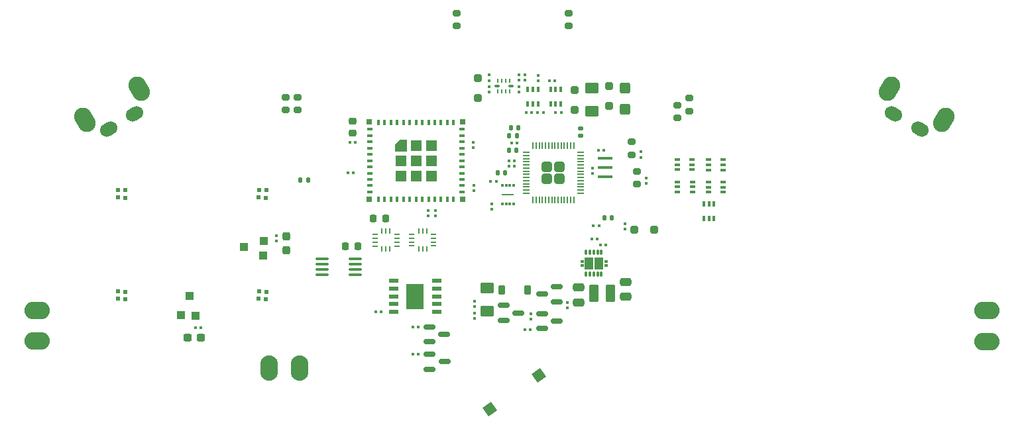
<source format=gbr>
%TF.GenerationSoftware,KiCad,Pcbnew,7.0.6*%
%TF.CreationDate,2024-02-06T15:40:46-08:00*%
%TF.ProjectId,UGC_Main,5547435f-4d61-4696-9e2e-6b696361645f,rev?*%
%TF.SameCoordinates,Original*%
%TF.FileFunction,Paste,Top*%
%TF.FilePolarity,Positive*%
%FSLAX46Y46*%
G04 Gerber Fmt 4.6, Leading zero omitted, Abs format (unit mm)*
G04 Created by KiCad (PCBNEW 7.0.6) date 2024-02-06 15:40:46*
%MOMM*%
%LPD*%
G01*
G04 APERTURE LIST*
G04 Aperture macros list*
%AMRoundRect*
0 Rectangle with rounded corners*
0 $1 Rounding radius*
0 $2 $3 $4 $5 $6 $7 $8 $9 X,Y pos of 4 corners*
0 Add a 4 corners polygon primitive as box body*
4,1,4,$2,$3,$4,$5,$6,$7,$8,$9,$2,$3,0*
0 Add four circle primitives for the rounded corners*
1,1,$1+$1,$2,$3*
1,1,$1+$1,$4,$5*
1,1,$1+$1,$6,$7*
1,1,$1+$1,$8,$9*
0 Add four rect primitives between the rounded corners*
20,1,$1+$1,$2,$3,$4,$5,0*
20,1,$1+$1,$4,$5,$6,$7,0*
20,1,$1+$1,$6,$7,$8,$9,0*
20,1,$1+$1,$8,$9,$2,$3,0*%
%AMHorizOval*
0 Thick line with rounded ends*
0 $1 width*
0 $2 $3 position (X,Y) of the first rounded end (center of the circle)*
0 $4 $5 position (X,Y) of the second rounded end (center of the circle)*
0 Add line between two ends*
20,1,$1,$2,$3,$4,$5,0*
0 Add two circle primitives to create the rounded ends*
1,1,$1,$2,$3*
1,1,$1,$4,$5*%
%AMRotRect*
0 Rectangle, with rotation*
0 The origin of the aperture is its center*
0 $1 length*
0 $2 width*
0 $3 Rotation angle, in degrees counterclockwise*
0 Add horizontal line*
21,1,$1,$2,0,0,$3*%
G04 Aperture macros list end*
%ADD10C,0.010000*%
%ADD11RoundRect,0.079500X0.100500X-0.079500X0.100500X0.079500X-0.100500X0.079500X-0.100500X-0.079500X0*%
%ADD12RoundRect,0.140000X-0.140000X-0.170000X0.140000X-0.170000X0.140000X0.170000X-0.140000X0.170000X0*%
%ADD13RoundRect,0.250000X0.475000X-0.250000X0.475000X0.250000X-0.475000X0.250000X-0.475000X-0.250000X0*%
%ADD14RoundRect,0.079500X-0.079500X-0.100500X0.079500X-0.100500X0.079500X0.100500X-0.079500X0.100500X0*%
%ADD15RoundRect,0.079500X0.079500X0.100500X-0.079500X0.100500X-0.079500X-0.100500X0.079500X-0.100500X0*%
%ADD16RoundRect,0.200000X-0.275000X0.200000X-0.275000X-0.200000X0.275000X-0.200000X0.275000X0.200000X0*%
%ADD17RoundRect,0.200000X0.275000X-0.200000X0.275000X0.200000X-0.275000X0.200000X-0.275000X-0.200000X0*%
%ADD18RoundRect,0.250000X0.375000X0.850000X-0.375000X0.850000X-0.375000X-0.850000X0.375000X-0.850000X0*%
%ADD19RotRect,1.000000X1.000000X357.000000*%
%ADD20RoundRect,0.079500X-0.100500X0.079500X-0.100500X-0.079500X0.100500X-0.079500X0.100500X0.079500X0*%
%ADD21R,0.745000X0.280000*%
%ADD22R,0.280000X0.745000*%
%ADD23RoundRect,0.225000X-0.225000X-0.250000X0.225000X-0.250000X0.225000X0.250000X-0.225000X0.250000X0*%
%ADD24RoundRect,0.050000X0.075000X-0.225000X0.075000X0.225000X-0.075000X0.225000X-0.075000X-0.225000X0*%
%ADD25RoundRect,0.050000X0.050000X-0.225000X0.050000X0.225000X-0.050000X0.225000X-0.050000X-0.225000X0*%
%ADD26RoundRect,0.050000X0.250000X-0.100000X0.250000X0.100000X-0.250000X0.100000X-0.250000X-0.100000X0*%
%ADD27RoundRect,0.150000X-0.587500X-0.150000X0.587500X-0.150000X0.587500X0.150000X-0.587500X0.150000X0*%
%ADD28RoundRect,0.250001X-0.624999X0.462499X-0.624999X-0.462499X0.624999X-0.462499X0.624999X0.462499X0*%
%ADD29RoundRect,0.250000X-0.425000X0.450000X-0.425000X-0.450000X0.425000X-0.450000X0.425000X0.450000X0*%
%ADD30RotRect,0.550000X0.550000X357.000000*%
%ADD31R,0.650000X0.400000*%
%ADD32R,1.300000X0.600000*%
%ADD33R,2.300000X3.200000*%
%ADD34RoundRect,0.140000X0.140000X0.170000X-0.140000X0.170000X-0.140000X-0.170000X0.140000X-0.170000X0*%
%ADD35RoundRect,0.225000X0.225000X0.375000X-0.225000X0.375000X-0.225000X-0.375000X0.225000X-0.375000X0*%
%ADD36RoundRect,0.140000X-0.170000X0.140000X-0.170000X-0.140000X0.170000X-0.140000X0.170000X0.140000X0*%
%ADD37RoundRect,0.250000X-0.475000X0.250000X-0.475000X-0.250000X0.475000X-0.250000X0.475000X0.250000X0*%
%ADD38RoundRect,0.135000X-0.135000X-0.185000X0.135000X-0.185000X0.135000X0.185000X-0.135000X0.185000X0*%
%ADD39HorizOval,2.250000X-0.250000X0.433013X0.250000X-0.433013X0*%
%ADD40HorizOval,1.700000X0.259808X0.150000X-0.259808X-0.150000X0*%
%ADD41HorizOval,2.250000X-0.250000X-0.433013X0.250000X0.433013X0*%
%ADD42HorizOval,1.700000X0.259808X-0.150000X-0.259808X0.150000X0*%
%ADD43RoundRect,0.150000X0.587500X0.150000X-0.587500X0.150000X-0.587500X-0.150000X0.587500X-0.150000X0*%
%ADD44RoundRect,0.249999X0.395001X-0.395001X0.395001X0.395001X-0.395001X0.395001X-0.395001X-0.395001X0*%
%ADD45RoundRect,0.050000X0.050000X-0.387500X0.050000X0.387500X-0.050000X0.387500X-0.050000X-0.387500X0*%
%ADD46RoundRect,0.050000X0.387500X-0.050000X0.387500X0.050000X-0.387500X0.050000X-0.387500X-0.050000X0*%
%ADD47RoundRect,0.250001X0.624999X-0.462499X0.624999X0.462499X-0.624999X0.462499X-0.624999X-0.462499X0*%
%ADD48R,0.400000X0.650000*%
%ADD49RoundRect,0.250000X0.250000X-0.250000X0.250000X0.250000X-0.250000X0.250000X-0.250000X-0.250000X0*%
%ADD50RoundRect,0.100000X-0.712500X-0.100000X0.712500X-0.100000X0.712500X0.100000X-0.712500X0.100000X0*%
%ADD51R,1.900000X0.400000*%
%ADD52O,2.250000X3.250000*%
%ADD53RoundRect,0.237500X-0.300000X-0.237500X0.300000X-0.237500X0.300000X0.237500X-0.300000X0.237500X0*%
%ADD54RotRect,1.000000X1.000000X267.000000*%
%ADD55RoundRect,0.225000X0.250000X-0.225000X0.250000X0.225000X-0.250000X0.225000X-0.250000X-0.225000X0*%
%ADD56RoundRect,0.250000X-0.250000X0.250000X-0.250000X-0.250000X0.250000X-0.250000X0.250000X0.250000X0*%
%ADD57RoundRect,0.237500X0.237500X-0.300000X0.237500X0.300000X-0.237500X0.300000X-0.237500X-0.300000X0*%
%ADD58R,0.800000X0.400000*%
%ADD59R,0.400000X0.800000*%
%ADD60R,1.450000X1.450000*%
%ADD61R,0.700000X0.700000*%
%ADD62RoundRect,0.007200X0.112800X-0.292800X0.112800X0.292800X-0.112800X0.292800X-0.112800X-0.292800X0*%
%ADD63O,3.250000X2.250000*%
%ADD64RotRect,1.350000X1.350000X215.000000*%
%ADD65RoundRect,0.250000X0.250000X0.250000X-0.250000X0.250000X-0.250000X-0.250000X0.250000X-0.250000X0*%
%ADD66R,0.300000X0.400000*%
%ADD67R,1.600000X0.200000*%
G04 APERTURE END LIST*
%TO.C,U1*%
D10*
X204711000Y-104629800D02*
X203261000Y-104629800D01*
X203261000Y-103779800D01*
X203861000Y-103179800D01*
X204711000Y-103179800D01*
X204711000Y-104629800D01*
G36*
X204711000Y-104629800D02*
G01*
X203261000Y-104629800D01*
X203261000Y-103779800D01*
X203861000Y-103179800D01*
X204711000Y-103179800D01*
X204711000Y-104629800D01*
G37*
%TO.C,U4*%
X228525400Y-119723600D02*
X227465400Y-119723600D01*
X227465400Y-118223600D01*
X228525400Y-118223600D01*
X228525400Y-119723600D01*
G36*
X228525400Y-119723600D02*
G01*
X227465400Y-119723600D01*
X227465400Y-118223600D01*
X228525400Y-118223600D01*
X228525400Y-119723600D01*
G37*
X229785400Y-119723600D02*
X228725400Y-119723600D01*
X228725400Y-118223600D01*
X229785400Y-118223600D01*
X229785400Y-119723600D01*
G36*
X229785400Y-119723600D02*
G01*
X228725400Y-119723600D01*
X228725400Y-118223600D01*
X229785400Y-118223600D01*
X229785400Y-119723600D01*
G37*
X227265400Y-119348600D02*
X226925400Y-119348600D01*
X226925400Y-119098600D01*
X227265400Y-119098600D01*
X227265400Y-119348600D01*
G36*
X227265400Y-119348600D02*
G01*
X226925400Y-119348600D01*
X226925400Y-119098600D01*
X227265400Y-119098600D01*
X227265400Y-119348600D01*
G37*
X230325400Y-119348600D02*
X229985400Y-119348600D01*
X229985400Y-119098600D01*
X230325400Y-119098600D01*
X230325400Y-119348600D01*
G36*
X230325400Y-119348600D02*
G01*
X229985400Y-119348600D01*
X229985400Y-119098600D01*
X230325400Y-119098600D01*
X230325400Y-119348600D01*
G37*
X227265400Y-118848600D02*
X226925400Y-118848600D01*
X226925400Y-118598600D01*
X227265400Y-118598600D01*
X227265400Y-118848600D01*
G36*
X227265400Y-118848600D02*
G01*
X226925400Y-118848600D01*
X226925400Y-118598600D01*
X227265400Y-118598600D01*
X227265400Y-118848600D01*
G37*
X230325400Y-118848600D02*
X229985400Y-118848600D01*
X229985400Y-118598600D01*
X230325400Y-118598600D01*
X230325400Y-118848600D01*
G36*
X230325400Y-118848600D02*
G01*
X229985400Y-118848600D01*
X229985400Y-118598600D01*
X230325400Y-118598600D01*
X230325400Y-118848600D01*
G37*
%TD*%
D11*
%TO.C,R30*%
X219049600Y-95595000D03*
X219049600Y-94905000D03*
%TD*%
D12*
%TO.C,C17*%
X229974200Y-113207800D03*
X230934200Y-113207800D03*
%TD*%
D13*
%TO.C,C4*%
X232714800Y-123251000D03*
X232714800Y-121351000D03*
%TD*%
D14*
%TO.C,R1*%
X177759800Y-127203200D03*
X178449800Y-127203200D03*
%TD*%
D11*
%TO.C,R8*%
X213309200Y-109717400D03*
X213309200Y-109027400D03*
%TD*%
D15*
%TO.C,R5*%
X229910200Y-104495600D03*
X229220200Y-104495600D03*
%TD*%
D16*
%TO.C,R22*%
X225430000Y-86985000D03*
X225430000Y-88635000D03*
%TD*%
D17*
%TO.C,R38*%
X240817400Y-99529400D03*
X240817400Y-97879400D03*
%TD*%
D18*
%TO.C,L5*%
X230767200Y-122783600D03*
X228617200Y-122783600D03*
%TD*%
D19*
%TO.C,U3*%
X186371472Y-118009355D03*
X186470910Y-116111959D03*
X183924617Y-116929817D03*
%TD*%
D14*
%TO.C,R6*%
X217788900Y-106566900D03*
X218478900Y-106566900D03*
%TD*%
D11*
%TO.C,C15*%
X234645200Y-105424800D03*
X234645200Y-104734800D03*
%TD*%
%TO.C,R34*%
X213410800Y-126024200D03*
X213410800Y-125334200D03*
%TD*%
D20*
%TO.C,R12*%
X228498400Y-106792200D03*
X228498400Y-107482200D03*
%TD*%
D21*
%TO.C,U10*%
X203487600Y-116777200D03*
X203487600Y-116277200D03*
X203487600Y-115777200D03*
X203487600Y-115277200D03*
D22*
X202589600Y-114879200D03*
X202089600Y-114879200D03*
X201589600Y-114879200D03*
D21*
X200691600Y-115277200D03*
X200691600Y-115777200D03*
X200691600Y-116277200D03*
X200691600Y-116777200D03*
D22*
X201589600Y-117175200D03*
X202089600Y-117175200D03*
X202589600Y-117175200D03*
%TD*%
D20*
%TO.C,C22*%
X215278400Y-96392800D03*
X215278400Y-97082800D03*
%TD*%
D23*
%TO.C,C12*%
X200494600Y-113233200D03*
X202044600Y-113233200D03*
%TD*%
D24*
%TO.C,U13*%
X216408000Y-96955600D03*
D25*
X216908000Y-96955600D03*
X217408000Y-96955600D03*
D24*
X217908000Y-96955600D03*
D26*
X218058000Y-96280600D03*
D24*
X217908000Y-95605600D03*
D25*
X217408000Y-95605600D03*
X216908000Y-95605600D03*
D24*
X216408000Y-95605600D03*
D26*
X216258000Y-96280600D03*
%TD*%
D27*
%TO.C,Q1*%
X207675000Y-127116800D03*
X207675000Y-129016800D03*
X209550000Y-128066800D03*
%TD*%
D15*
%TO.C,C11*%
X216170000Y-108550000D03*
X215480000Y-108550000D03*
%TD*%
D28*
%TO.C,F1*%
X214985600Y-122159700D03*
X214985600Y-125134700D03*
%TD*%
D29*
%TO.C,C3*%
X232664000Y-96541600D03*
X232664000Y-99241600D03*
%TD*%
D16*
%TO.C,R21*%
X211140000Y-86965000D03*
X211140000Y-88615000D03*
%TD*%
D20*
%TO.C,R9*%
X213258400Y-103490200D03*
X213258400Y-104180200D03*
%TD*%
D15*
%TO.C,R3*%
X230219870Y-116613394D03*
X229529870Y-116613394D03*
%TD*%
D11*
%TO.C,R33*%
X225292400Y-124722822D03*
X225292400Y-124032822D03*
%TD*%
D30*
%TO.C,L2*%
X167834453Y-110533889D03*
X168783151Y-110583609D03*
X168832871Y-109634911D03*
X167884173Y-109585191D03*
%TD*%
D15*
%TO.C,R17*%
X206237400Y-130606800D03*
X205547400Y-130606800D03*
%TD*%
D31*
%TO.C,D7*%
X241218800Y-107014800D03*
X241218800Y-106364800D03*
X241218800Y-105714800D03*
X239318800Y-105714800D03*
X239318800Y-106364800D03*
X239318800Y-107014800D03*
%TD*%
D16*
%TO.C,R37*%
X239293400Y-98743000D03*
X239293400Y-100393000D03*
%TD*%
D14*
%TO.C,R16*%
X205547400Y-127152400D03*
X206237400Y-127152400D03*
%TD*%
D32*
%TO.C,U12*%
X208565298Y-125214498D03*
X208565298Y-124214498D03*
X208565298Y-123214498D03*
X208565298Y-122214498D03*
X208565298Y-121214498D03*
X203065298Y-121214498D03*
X203065298Y-122214498D03*
X203065298Y-123214498D03*
X203065298Y-124214498D03*
X203065298Y-125214498D03*
D33*
X205815298Y-123214498D03*
%TD*%
D27*
%TO.C,Q7*%
X217146900Y-124373600D03*
X217146900Y-126273600D03*
X219021900Y-125323600D03*
%TD*%
D14*
%TO.C,R20*%
X197216200Y-107442000D03*
X197906200Y-107442000D03*
%TD*%
D34*
%TO.C,C8*%
X218818400Y-102666800D03*
X217858400Y-102666800D03*
%TD*%
D20*
%TO.C,C21*%
X219049600Y-96378200D03*
X219049600Y-97068200D03*
%TD*%
D30*
%TO.C,L1*%
X185834453Y-110533889D03*
X186783151Y-110583609D03*
X186832871Y-109634911D03*
X185884173Y-109585191D03*
%TD*%
D27*
%TO.C,Q5*%
X222023700Y-125440400D03*
X222023700Y-127340400D03*
X223898700Y-126390400D03*
%TD*%
D15*
%TO.C,R25*%
X222188600Y-99720400D03*
X221498600Y-99720400D03*
%TD*%
D35*
%TO.C,D3*%
X220191600Y-122377200D03*
X216891600Y-122377200D03*
%TD*%
D36*
%TO.C,C5*%
X226923600Y-101704200D03*
X226923600Y-102664200D03*
%TD*%
D17*
%TO.C,R36*%
X189255400Y-99377000D03*
X189255400Y-97727000D03*
%TD*%
D37*
%TO.C,C23*%
X226720400Y-122087600D03*
X226720400Y-123987600D03*
%TD*%
D38*
%TO.C,R11*%
X191107600Y-108356400D03*
X192127600Y-108356400D03*
%TD*%
D16*
%TO.C,R4*%
X190804800Y-97727000D03*
X190804800Y-99377000D03*
%TD*%
D20*
%TO.C,R18*%
X208381600Y-112227800D03*
X208381600Y-112917800D03*
%TD*%
%TO.C,R29*%
X215278400Y-94919600D03*
X215278400Y-95609600D03*
%TD*%
D39*
%TO.C,SW7*%
X163618112Y-100644336D03*
X170546316Y-96644336D03*
D40*
X166643465Y-101784400D03*
X170020963Y-99834400D03*
%TD*%
D41*
%TO.C,SW8*%
X266420998Y-96644336D03*
X273349202Y-100644336D03*
D42*
X266946351Y-99834400D03*
X270323849Y-101784400D03*
%TD*%
D15*
%TO.C,C6*%
X218835800Y-103581200D03*
X218145800Y-103581200D03*
%TD*%
D11*
%TO.C,R19*%
X207518000Y-112933000D03*
X207518000Y-112243000D03*
%TD*%
D43*
%TO.C,Q6*%
X223898700Y-123886000D03*
X223898700Y-121986000D03*
X222023700Y-122936000D03*
%TD*%
D23*
%TO.C,C13*%
X196938600Y-116840000D03*
X198488600Y-116840000D03*
%TD*%
D14*
%TO.C,R23*%
X223784600Y-99720400D03*
X224474600Y-99720400D03*
%TD*%
D11*
%TO.C,R35*%
X213410800Y-124500200D03*
X213410800Y-123810200D03*
%TD*%
D20*
%TO.C,R28*%
X221538800Y-94955800D03*
X221538800Y-95645800D03*
%TD*%
D11*
%TO.C,R10*%
X215595200Y-112079600D03*
X215595200Y-111389600D03*
%TD*%
D44*
%TO.C,U8*%
X222684800Y-108208100D03*
X224284800Y-108208100D03*
X222684800Y-106608100D03*
X224284800Y-106608100D03*
D45*
X220884800Y-110845600D03*
X221284800Y-110845600D03*
X221684800Y-110845600D03*
X222084800Y-110845600D03*
X222484800Y-110845600D03*
X222884800Y-110845600D03*
X223284800Y-110845600D03*
X223684800Y-110845600D03*
X224084800Y-110845600D03*
X224484800Y-110845600D03*
X224884800Y-110845600D03*
X225284800Y-110845600D03*
X225684800Y-110845600D03*
X226084800Y-110845600D03*
D46*
X226922300Y-110008100D03*
X226922300Y-109608100D03*
X226922300Y-109208100D03*
X226922300Y-108808100D03*
X226922300Y-108408100D03*
X226922300Y-108008100D03*
X226922300Y-107608100D03*
X226922300Y-107208100D03*
X226922300Y-106808100D03*
X226922300Y-106408100D03*
X226922300Y-106008100D03*
X226922300Y-105608100D03*
X226922300Y-105208100D03*
X226922300Y-104808100D03*
D45*
X226084800Y-103970600D03*
X225684800Y-103970600D03*
X225284800Y-103970600D03*
X224884800Y-103970600D03*
X224484800Y-103970600D03*
X224084800Y-103970600D03*
X223684800Y-103970600D03*
X223284800Y-103970600D03*
X222884800Y-103970600D03*
X222484800Y-103970600D03*
X222084800Y-103970600D03*
X221684800Y-103970600D03*
X221284800Y-103970600D03*
X220884800Y-103970600D03*
D46*
X220047300Y-104808100D03*
X220047300Y-105208100D03*
X220047300Y-105608100D03*
X220047300Y-106008100D03*
X220047300Y-106408100D03*
X220047300Y-106808100D03*
X220047300Y-107208100D03*
X220047300Y-107608100D03*
X220047300Y-108008100D03*
X220047300Y-108408100D03*
X220047300Y-108808100D03*
X220047300Y-109208100D03*
X220047300Y-109608100D03*
X220047300Y-110008100D03*
%TD*%
D47*
%TO.C,F2*%
X228396800Y-99531500D03*
X228396800Y-96556500D03*
%TD*%
D14*
%TO.C,R7*%
X217788900Y-105855700D03*
X218478900Y-105855700D03*
%TD*%
%TO.C,R26*%
X222971800Y-95656400D03*
X223661800Y-95656400D03*
%TD*%
D30*
%TO.C,L4*%
X185834453Y-123533889D03*
X186783151Y-123583609D03*
X186832871Y-122634911D03*
X185884173Y-122585191D03*
%TD*%
D16*
%TO.C,R14*%
X234188000Y-107226600D03*
X234188000Y-108876600D03*
%TD*%
D48*
%TO.C,D8*%
X244007400Y-111368800D03*
X243357400Y-111368800D03*
X242707400Y-111368800D03*
X242707400Y-113268800D03*
X243357400Y-113268800D03*
X244007400Y-113268800D03*
%TD*%
D49*
%TO.C,D2*%
X213868000Y-97820800D03*
X213868000Y-95320800D03*
%TD*%
D12*
%TO.C,C10*%
X217779600Y-104495600D03*
X218739600Y-104495600D03*
%TD*%
D50*
%TO.C,U6*%
X193924700Y-118455800D03*
X193924700Y-119105800D03*
X193924700Y-119755800D03*
X193924700Y-120405800D03*
X198149700Y-120405800D03*
X198149700Y-119755800D03*
X198149700Y-119105800D03*
X198149700Y-118455800D03*
%TD*%
D15*
%TO.C,C16*%
X229300600Y-114198400D03*
X228610600Y-114198400D03*
%TD*%
%TO.C,C18*%
X201513000Y-125222000D03*
X200823000Y-125222000D03*
%TD*%
%TO.C,R24*%
X220715400Y-99720400D03*
X220025400Y-99720400D03*
%TD*%
D31*
%TO.C,D5*%
X243271000Y-108595400D03*
X243271000Y-109245400D03*
X243271000Y-109895400D03*
X245171000Y-109895400D03*
X245171000Y-109245400D03*
X245171000Y-108595400D03*
%TD*%
D11*
%TO.C,R2*%
X188112400Y-116118200D03*
X188112400Y-115428200D03*
%TD*%
D51*
%TO.C,Y1*%
X230073200Y-107905400D03*
X230073200Y-106705400D03*
X230073200Y-105505400D03*
%TD*%
D14*
%TO.C,R31*%
X219873000Y-127508000D03*
X220563000Y-127508000D03*
%TD*%
D52*
%TO.C,J1*%
X191100000Y-132400000D03*
X187200000Y-132400000D03*
%TD*%
D11*
%TO.C,R32*%
X220573600Y-126125800D03*
X220573600Y-125435800D03*
%TD*%
D53*
%TO.C,C1*%
X176734300Y-128473200D03*
X178459300Y-128473200D03*
%TD*%
D54*
%TO.C,U2*%
X175908707Y-125622210D03*
X177806103Y-125721648D03*
X176988245Y-123175355D03*
%TD*%
D34*
%TO.C,C7*%
X219021600Y-101650800D03*
X218061600Y-101650800D03*
%TD*%
D55*
%TO.C,C19*%
X197866000Y-102324200D03*
X197866000Y-100774200D03*
%TD*%
D20*
%TO.C,R27*%
X219862400Y-94905000D03*
X219862400Y-95595000D03*
%TD*%
D14*
%TO.C,C20*%
X197521000Y-103479600D03*
X198211000Y-103479600D03*
%TD*%
D56*
%TO.C,D10*%
X226212400Y-96844800D03*
X226212400Y-99344800D03*
%TD*%
D57*
%TO.C,C2*%
X189382400Y-117296100D03*
X189382400Y-115571100D03*
%TD*%
D27*
%TO.C,Q2*%
X207698100Y-130622000D03*
X207698100Y-132522000D03*
X209573100Y-131572000D03*
%TD*%
D58*
%TO.C,U1*%
X200036000Y-101854800D03*
X200036000Y-102654800D03*
X200036000Y-103454800D03*
X200036000Y-104254800D03*
X200036000Y-105054800D03*
X200036000Y-105854800D03*
X200036000Y-106654800D03*
X200036000Y-107454800D03*
X200036000Y-108254800D03*
X200036000Y-109054800D03*
X200036000Y-109854800D03*
D59*
X201136000Y-110754800D03*
X201936000Y-110754800D03*
X202736000Y-110754800D03*
X203536000Y-110754800D03*
X204336000Y-110754800D03*
X205136000Y-110754800D03*
X205936000Y-110754800D03*
X206736000Y-110754800D03*
X207536000Y-110754800D03*
X208336000Y-110754800D03*
X209136000Y-110754800D03*
X209936000Y-110754800D03*
X210736000Y-110754800D03*
D58*
X211836000Y-109854800D03*
X211836000Y-109054800D03*
X211836000Y-108254800D03*
X211836000Y-107454800D03*
X211836000Y-106654800D03*
X211836000Y-105854800D03*
X211836000Y-105054800D03*
X211836000Y-104254800D03*
X211836000Y-103454800D03*
X211836000Y-102654800D03*
X211836000Y-101854800D03*
D59*
X210736000Y-100954800D03*
X209936000Y-100954800D03*
X209136000Y-100954800D03*
X208336000Y-100954800D03*
X207536000Y-100954800D03*
X206736000Y-100954800D03*
X205936000Y-100954800D03*
X205136000Y-100954800D03*
X204336000Y-100954800D03*
X203536000Y-100954800D03*
X202736000Y-100954800D03*
X201936000Y-100954800D03*
X201136000Y-100954800D03*
D60*
X205936000Y-105854800D03*
D61*
X211886000Y-100904800D03*
X211886000Y-110804800D03*
X199986000Y-110804800D03*
X199986000Y-100904800D03*
D60*
X203986000Y-105854800D03*
X203986000Y-107804800D03*
X205936000Y-107804800D03*
X207886000Y-107804800D03*
X207886000Y-105854800D03*
X207886000Y-103904800D03*
X205936000Y-103904800D03*
%TD*%
D14*
%TO.C,C24*%
X228406576Y-115848352D03*
X229096576Y-115848352D03*
%TD*%
D16*
%TO.C,R13*%
X233502200Y-103467400D03*
X233502200Y-105117400D03*
%TD*%
D20*
%TO.C,C14*%
X235356400Y-108113000D03*
X235356400Y-108803000D03*
%TD*%
D12*
%TO.C,C9*%
X216390000Y-107450000D03*
X217350000Y-107450000D03*
%TD*%
D11*
%TO.C,R15*%
X232613200Y-114594200D03*
X232613200Y-113904200D03*
%TD*%
D21*
%TO.C,U5*%
X208178400Y-116763800D03*
X208178400Y-116263800D03*
X208178400Y-115763800D03*
X208178400Y-115263800D03*
D22*
X207280400Y-114865800D03*
X206780400Y-114865800D03*
X206280400Y-114865800D03*
D21*
X205382400Y-115263800D03*
X205382400Y-115763800D03*
X205382400Y-116263800D03*
X205382400Y-116763800D03*
D22*
X206280400Y-117161800D03*
X206780400Y-117161800D03*
X207280400Y-117161800D03*
%TD*%
D62*
%TO.C,U4*%
X227625400Y-120373600D03*
X228125400Y-120373600D03*
X228625400Y-120373600D03*
X229125400Y-120373600D03*
X229625400Y-120373600D03*
X229625400Y-117573600D03*
X229125400Y-117573600D03*
X228625400Y-117573600D03*
X228125400Y-117573600D03*
X227625400Y-117573600D03*
%TD*%
D31*
%TO.C,D6*%
X241234000Y-109870000D03*
X241234000Y-109220000D03*
X241234000Y-108570000D03*
X239334000Y-108570000D03*
X239334000Y-109220000D03*
X239334000Y-109870000D03*
%TD*%
D63*
%TO.C,J3*%
X278888300Y-128960400D03*
X278888300Y-125060400D03*
%TD*%
D48*
%TO.C,Q4*%
X220228400Y-98638400D03*
X220878400Y-98638400D03*
X221528400Y-98638400D03*
X221528400Y-96738400D03*
X220878400Y-96738400D03*
X220228400Y-96738400D03*
%TD*%
D63*
%TO.C,J2*%
X157534500Y-124999200D03*
X157534500Y-128899200D03*
%TD*%
D64*
%TO.C,SW9*%
X221596435Y-133304810D03*
X215370879Y-137663990D03*
%TD*%
D30*
%TO.C,L3*%
X167834453Y-123533889D03*
X168783151Y-123583609D03*
X168832871Y-122634911D03*
X167884173Y-122585191D03*
%TD*%
D49*
%TO.C,D9*%
X230581200Y-98836800D03*
X230581200Y-96336800D03*
%TD*%
D48*
%TO.C,Q3*%
X223124000Y-98638400D03*
X223774000Y-98638400D03*
X224424000Y-98638400D03*
X224424000Y-96738400D03*
X223774000Y-96738400D03*
X223124000Y-96738400D03*
%TD*%
D31*
%TO.C,D4*%
X243271000Y-105735600D03*
X243271000Y-106385600D03*
X243271000Y-107035600D03*
X245171000Y-107035600D03*
X245171000Y-106385600D03*
X245171000Y-105735600D03*
%TD*%
D65*
%TO.C,D1*%
X236352400Y-114706400D03*
X233852400Y-114706400D03*
%TD*%
D66*
%TO.C,U9*%
X216939993Y-111424008D03*
X217439993Y-111424008D03*
X217939993Y-111424008D03*
X218439993Y-111424008D03*
X218439993Y-109024008D03*
X217939993Y-109024008D03*
X217439993Y-109024008D03*
X216939993Y-109024008D03*
D67*
X217689993Y-110224008D03*
%TD*%
M02*

</source>
